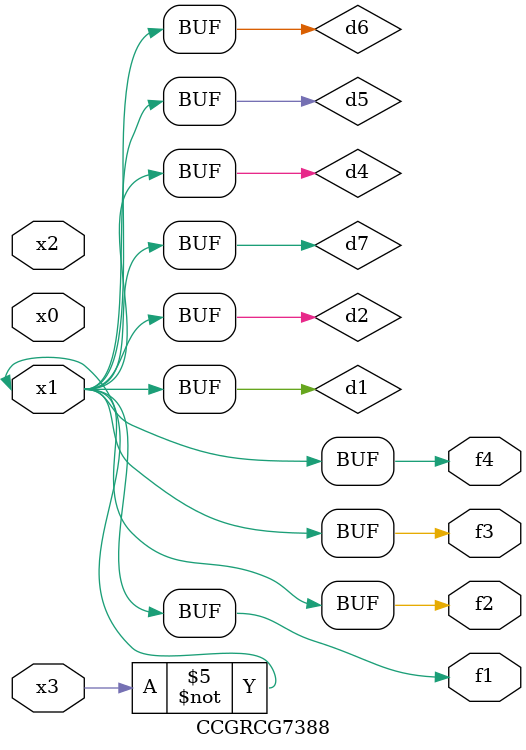
<source format=v>
module CCGRCG7388(
	input x0, x1, x2, x3,
	output f1, f2, f3, f4
);

	wire d1, d2, d3, d4, d5, d6, d7;

	not (d1, x3);
	buf (d2, x1);
	xnor (d3, d1, d2);
	nor (d4, d1);
	buf (d5, d1, d2);
	buf (d6, d4, d5);
	nand (d7, d4);
	assign f1 = d6;
	assign f2 = d7;
	assign f3 = d6;
	assign f4 = d6;
endmodule

</source>
